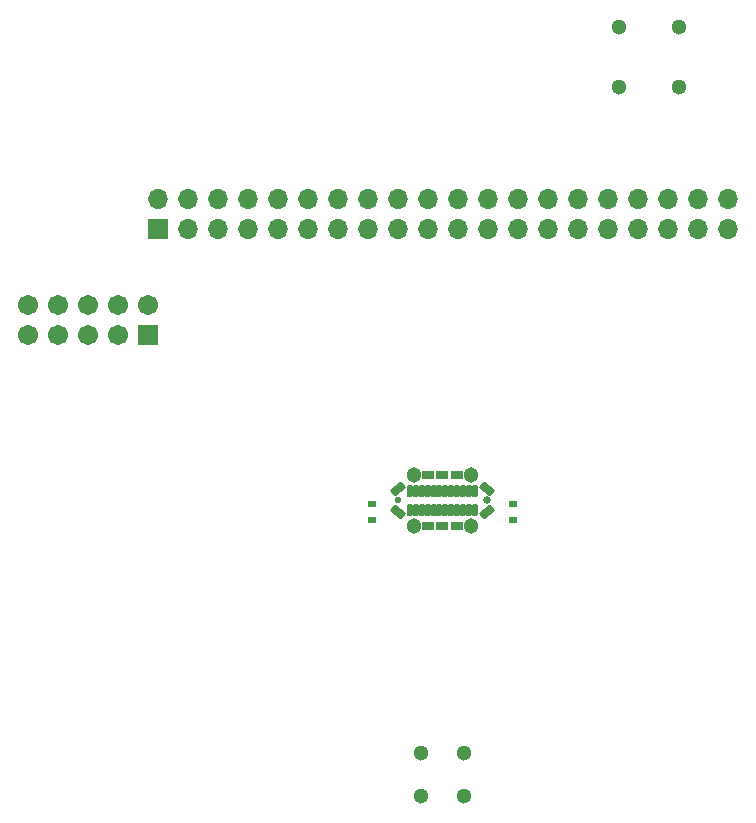
<source format=gbr>
%TF.GenerationSoftware,KiCad,Pcbnew,9.0.2*%
%TF.CreationDate,2025-09-25T16:22:03-05:00*%
%TF.ProjectId,dreamV1_0,64726561-6d56-4315-9f30-2e6b69636164,1*%
%TF.SameCoordinates,Original*%
%TF.FileFunction,Soldermask,Bot*%
%TF.FilePolarity,Negative*%
%FSLAX46Y46*%
G04 Gerber Fmt 4.6, Leading zero omitted, Abs format (unit mm)*
G04 Created by KiCad (PCBNEW 9.0.2) date 2025-09-25 16:22:03*
%MOMM*%
%LPD*%
G01*
G04 APERTURE LIST*
G04 Aperture macros list*
%AMRoundRect*
0 Rectangle with rounded corners*
0 $1 Rounding radius*
0 $2 $3 $4 $5 $6 $7 $8 $9 X,Y pos of 4 corners*
0 Add a 4 corners polygon primitive as box body*
4,1,4,$2,$3,$4,$5,$6,$7,$8,$9,$2,$3,0*
0 Add four circle primitives for the rounded corners*
1,1,$1+$1,$2,$3*
1,1,$1+$1,$4,$5*
1,1,$1+$1,$6,$7*
1,1,$1+$1,$8,$9*
0 Add four rect primitives between the rounded corners*
20,1,$1+$1,$2,$3,$4,$5,0*
20,1,$1+$1,$4,$5,$6,$7,0*
20,1,$1+$1,$6,$7,$8,$9,0*
20,1,$1+$1,$8,$9,$2,$3,0*%
G04 Aperture macros list end*
%ADD10RoundRect,0.102000X-0.754000X-0.754000X0.754000X-0.754000X0.754000X0.754000X-0.754000X0.754000X0*%
%ADD11C,1.712000*%
%ADD12C,1.300000*%
%ADD13R,1.700000X1.700000*%
%ADD14O,1.700000X1.700000*%
%ADD15R,0.762000X0.558800*%
%ADD16C,0.660000*%
%ADD17C,0.580000*%
%ADD18RoundRect,0.102000X0.410000X0.275000X-0.410000X0.275000X-0.410000X-0.275000X0.410000X-0.275000X0*%
%ADD19C,1.304000*%
%ADD20RoundRect,0.102000X0.557560X-0.129814X-0.242900X0.518386X-0.557560X0.129814X0.242900X-0.518386X0*%
%ADD21RoundRect,0.102000X0.242900X0.518386X-0.557560X-0.129814X-0.242900X-0.518386X0.557560X0.129814X0*%
%ADD22RoundRect,0.102000X0.150000X0.425000X-0.150000X0.425000X-0.150000X-0.425000X0.150000X-0.425000X0*%
G04 APERTURE END LIST*
D10*
%TO.C,J5*%
X-34920000Y13980000D03*
D11*
X-34920000Y16520000D03*
X-37460000Y13980000D03*
X-37460000Y16520000D03*
X-40000000Y13980000D03*
X-40000000Y16520000D03*
X-42540000Y13980000D03*
X-42540000Y16520000D03*
X-45080000Y13980000D03*
X-45080000Y16520000D03*
%TD*%
D12*
%TO.C,S1*%
X10000000Y35000000D03*
X10000000Y40080000D03*
X4920000Y35000000D03*
X4920000Y40080000D03*
%TD*%
%TO.C,IC1*%
X-8200000Y-25000000D03*
X-8200000Y-21400000D03*
X-11800000Y-21400000D03*
X-11800000Y-25000000D03*
%TD*%
D13*
%TO.C,J1*%
X-34100000Y23000000D03*
D14*
X-34100000Y25540000D03*
X-31560000Y23000000D03*
X-31560000Y25540000D03*
X-29020000Y23000000D03*
X-29020000Y25540000D03*
X-26480000Y23000000D03*
X-26480000Y25540000D03*
X-23940000Y23000000D03*
X-23940000Y25540000D03*
X-21400000Y23000000D03*
X-21400000Y25540000D03*
X-18860000Y23000000D03*
X-18860000Y25540000D03*
X-16320000Y23000000D03*
X-16320000Y25540000D03*
X-13780000Y23000000D03*
X-13780000Y25540000D03*
X-11240000Y23000000D03*
X-11240000Y25540000D03*
X-8700000Y23000000D03*
X-8700000Y25540000D03*
X-6160000Y23000000D03*
X-6160000Y25540000D03*
X-3620000Y23000000D03*
X-3620000Y25540000D03*
X-1080000Y23000000D03*
X-1080000Y25540000D03*
X1460000Y23000000D03*
X1460000Y25540000D03*
X4000000Y23000000D03*
X4000000Y25540000D03*
X6540000Y23000000D03*
X6540000Y25540000D03*
X9080000Y23000000D03*
X9080000Y25540000D03*
X11620000Y23000000D03*
X11620000Y25540000D03*
X14160000Y23000000D03*
X14160000Y25540000D03*
%TD*%
D15*
%TO.C,R7*%
X-4000000Y-326900D03*
X-4000000Y-1673100D03*
%TD*%
%TO.C,R6*%
X-16000000Y-1673100D03*
X-16000000Y-326900D03*
%TD*%
D16*
%TO.C,J11*%
X-6250000Y0D03*
D17*
X-13750000Y0D03*
D18*
X-8800000Y2150000D03*
X-10000000Y2150000D03*
X-11200000Y2150000D03*
X-8800000Y-2150000D03*
X-10000000Y-2150000D03*
X-11200000Y-2150000D03*
D19*
X-7600000Y2150000D03*
X-12400000Y2150000D03*
X-7600000Y-2150000D03*
X-12400000Y-2150000D03*
D20*
X-6230000Y1000000D03*
D21*
X-13770000Y1000000D03*
X-6230000Y-1000000D03*
D20*
X-13770000Y-1000000D03*
D22*
X-7250000Y830000D03*
X-7750000Y830000D03*
X-8250000Y830000D03*
X-8750000Y830000D03*
X-9250000Y830000D03*
X-9750000Y830000D03*
X-10250000Y830000D03*
X-10750000Y830000D03*
X-11250000Y830000D03*
X-11750000Y830000D03*
X-12250000Y830000D03*
X-12750000Y830000D03*
X-12750000Y-830000D03*
X-12250000Y-830000D03*
X-11750000Y-830000D03*
X-11250000Y-830000D03*
X-10750000Y-830000D03*
X-10250000Y-830000D03*
X-9750000Y-830000D03*
X-9250000Y-830000D03*
X-8750000Y-830000D03*
X-8250000Y-830000D03*
X-7750000Y-830000D03*
X-7250000Y-830000D03*
%TD*%
M02*

</source>
